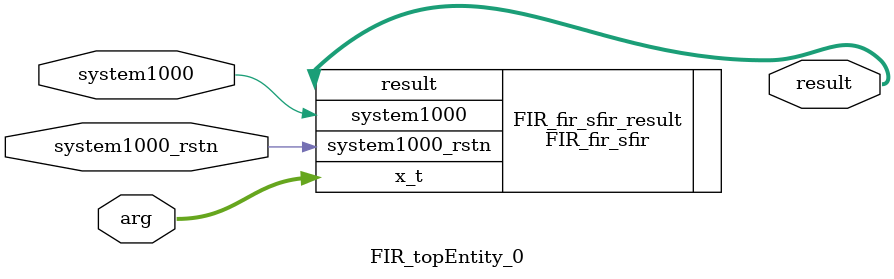
<source format=v>
module FIR_topEntity_0(arg
                      ,// clock
                      system1000
                      ,// asynchronous reset: active low
                      system1000_rstn
                      ,result);
  input signed [15:0] arg;
  input system1000;
  input system1000_rstn;
  output signed [15:0] result;
  FIR_fir_sfir FIR_fir_sfir_result
  (.result (result)
  ,.system1000 (system1000)
  ,.system1000_rstn (system1000_rstn)
  ,.x_t (arg));
endmodule

</source>
